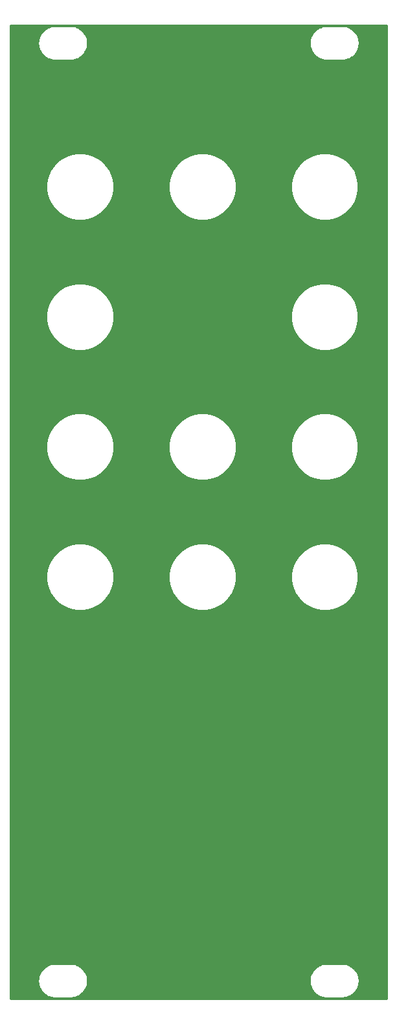
<source format=gbr>
G04 #@! TF.GenerationSoftware,KiCad,Pcbnew,(5.1.5-0)*
G04 #@! TF.CreationDate,2021-01-20T20:41:00-08:00*
G04 #@! TF.ProjectId,arseq,61727365-712e-46b6-9963-61645f706362,rev?*
G04 #@! TF.SameCoordinates,Original*
G04 #@! TF.FileFunction,Copper,L2,Bot*
G04 #@! TF.FilePolarity,Positive*
%FSLAX46Y46*%
G04 Gerber Fmt 4.6, Leading zero omitted, Abs format (unit mm)*
G04 Created by KiCad (PCBNEW (5.1.5-0)) date 2021-01-20 20:41:00*
%MOMM*%
%LPD*%
G04 APERTURE LIST*
%ADD10C,7.600000*%
%ADD11C,3.100000*%
%ADD12C,6.100000*%
%ADD13C,5.100000*%
%ADD14C,0.254000*%
G04 APERTURE END LIST*
D10*
X25750000Y-38750000D03*
D11*
X17750000Y-30250000D03*
X33750000Y-30250000D03*
X33750000Y-47250000D03*
X17750000Y-47250000D03*
D12*
X42750000Y-104750000D03*
X6750000Y-88750000D03*
X42750000Y-88750000D03*
D13*
X30750000Y-88750000D03*
D12*
X18750000Y-88750000D03*
X6750000Y-104750000D03*
X30750000Y-104750000D03*
X18750000Y-104750000D03*
D14*
G36*
X49840001Y-127840000D02*
G01*
X660000Y-127840000D01*
X660000Y-125451353D01*
X4242755Y-125451353D01*
X4243173Y-125511171D01*
X4242755Y-125570988D01*
X4243655Y-125580160D01*
X4276296Y-125890715D01*
X4288320Y-125949291D01*
X4299532Y-126008070D01*
X4302196Y-126016892D01*
X4394535Y-126315192D01*
X4417715Y-126370335D01*
X4440124Y-126425800D01*
X4444451Y-126433937D01*
X4592972Y-126708621D01*
X4626417Y-126758205D01*
X4659177Y-126808268D01*
X4665001Y-126815409D01*
X4864047Y-127056013D01*
X4906482Y-127098154D01*
X4948346Y-127140903D01*
X4955446Y-127146777D01*
X5197435Y-127344138D01*
X5247259Y-127377241D01*
X5296615Y-127411036D01*
X5304721Y-127415419D01*
X5580435Y-127562019D01*
X5635704Y-127584799D01*
X5690724Y-127608381D01*
X5699527Y-127611105D01*
X5998465Y-127701359D01*
X6057138Y-127712976D01*
X6115655Y-127725415D01*
X6124820Y-127726378D01*
X6435594Y-127756850D01*
X6435598Y-127756850D01*
X6467581Y-127760000D01*
X8532419Y-127760000D01*
X8565986Y-127756694D01*
X8586744Y-127756694D01*
X8595909Y-127755731D01*
X8906228Y-127720923D01*
X8964731Y-127708487D01*
X9023419Y-127696867D01*
X9032222Y-127694142D01*
X9329870Y-127599723D01*
X9384792Y-127576183D01*
X9440159Y-127553363D01*
X9448265Y-127548979D01*
X9721904Y-127398544D01*
X9771217Y-127364779D01*
X9821088Y-127331645D01*
X9828188Y-127325770D01*
X10067397Y-127125049D01*
X10109241Y-127082320D01*
X10151694Y-127040162D01*
X10157519Y-127033020D01*
X10353185Y-126789660D01*
X10385938Y-126739608D01*
X10419391Y-126690013D01*
X10423714Y-126681881D01*
X10423717Y-126681877D01*
X10423719Y-126681873D01*
X10568388Y-126405146D01*
X10590785Y-126349711D01*
X10613978Y-126294539D01*
X10616641Y-126285717D01*
X10704807Y-125986156D01*
X10716007Y-125927440D01*
X10728045Y-125868798D01*
X10728944Y-125859627D01*
X10757245Y-125548647D01*
X10756827Y-125488830D01*
X10757088Y-125451353D01*
X39742755Y-125451353D01*
X39743173Y-125511171D01*
X39742755Y-125570988D01*
X39743655Y-125580160D01*
X39776296Y-125890715D01*
X39788320Y-125949291D01*
X39799532Y-126008070D01*
X39802196Y-126016892D01*
X39894535Y-126315192D01*
X39917715Y-126370335D01*
X39940124Y-126425800D01*
X39944451Y-126433937D01*
X40092972Y-126708621D01*
X40126417Y-126758205D01*
X40159177Y-126808268D01*
X40165001Y-126815409D01*
X40364047Y-127056013D01*
X40406482Y-127098154D01*
X40448346Y-127140903D01*
X40455446Y-127146777D01*
X40697435Y-127344138D01*
X40747259Y-127377241D01*
X40796615Y-127411036D01*
X40804721Y-127415419D01*
X41080435Y-127562019D01*
X41135704Y-127584799D01*
X41190724Y-127608381D01*
X41199527Y-127611105D01*
X41498465Y-127701359D01*
X41557138Y-127712976D01*
X41615655Y-127725415D01*
X41624820Y-127726378D01*
X41935594Y-127756850D01*
X41935598Y-127756850D01*
X41967581Y-127760000D01*
X44032419Y-127760000D01*
X44065986Y-127756694D01*
X44086744Y-127756694D01*
X44095909Y-127755731D01*
X44406228Y-127720923D01*
X44464731Y-127708487D01*
X44523419Y-127696867D01*
X44532222Y-127694142D01*
X44829870Y-127599723D01*
X44884792Y-127576183D01*
X44940159Y-127553363D01*
X44948265Y-127548979D01*
X45221904Y-127398544D01*
X45271217Y-127364779D01*
X45321088Y-127331645D01*
X45328188Y-127325770D01*
X45567397Y-127125049D01*
X45609241Y-127082320D01*
X45651694Y-127040162D01*
X45657519Y-127033020D01*
X45853185Y-126789660D01*
X45885938Y-126739608D01*
X45919391Y-126690013D01*
X45923714Y-126681881D01*
X45923717Y-126681877D01*
X45923719Y-126681873D01*
X46068388Y-126405146D01*
X46090785Y-126349711D01*
X46113978Y-126294539D01*
X46116641Y-126285717D01*
X46204807Y-125986156D01*
X46216007Y-125927440D01*
X46228045Y-125868798D01*
X46228944Y-125859627D01*
X46257245Y-125548647D01*
X46256827Y-125488829D01*
X46257245Y-125429012D01*
X46256345Y-125419841D01*
X46223704Y-125109285D01*
X46211680Y-125050709D01*
X46200468Y-124991930D01*
X46197804Y-124983108D01*
X46105465Y-124684808D01*
X46082280Y-124629653D01*
X46059876Y-124574200D01*
X46055549Y-124566064D01*
X46055549Y-124566063D01*
X46055546Y-124566059D01*
X45907028Y-124291379D01*
X45873583Y-124241795D01*
X45840823Y-124191732D01*
X45834999Y-124184591D01*
X45635954Y-123943987D01*
X45593535Y-123901863D01*
X45551655Y-123859097D01*
X45544554Y-123853223D01*
X45302565Y-123655862D01*
X45252741Y-123622759D01*
X45203385Y-123588964D01*
X45195279Y-123584581D01*
X44919566Y-123437981D01*
X44864269Y-123415189D01*
X44809275Y-123391619D01*
X44800472Y-123388895D01*
X44501535Y-123298641D01*
X44442862Y-123287024D01*
X44384345Y-123274585D01*
X44375180Y-123273622D01*
X44064405Y-123243150D01*
X44064402Y-123243150D01*
X44032419Y-123240000D01*
X41967581Y-123240000D01*
X41934014Y-123243306D01*
X41913256Y-123243306D01*
X41904091Y-123244269D01*
X41593771Y-123279077D01*
X41535298Y-123291506D01*
X41476581Y-123303132D01*
X41467778Y-123305858D01*
X41170130Y-123400277D01*
X41115147Y-123423843D01*
X41059841Y-123446638D01*
X41051735Y-123451021D01*
X40778095Y-123601456D01*
X40728748Y-123635245D01*
X40678913Y-123668355D01*
X40671812Y-123674229D01*
X40432603Y-123874951D01*
X40390759Y-123917681D01*
X40348305Y-123959839D01*
X40342481Y-123966980D01*
X40146814Y-124210340D01*
X40114055Y-124260400D01*
X40080609Y-124309986D01*
X40076283Y-124318123D01*
X39931612Y-124594854D01*
X39909215Y-124650289D01*
X39886022Y-124705461D01*
X39883359Y-124714283D01*
X39795193Y-125013844D01*
X39783993Y-125072560D01*
X39771955Y-125131202D01*
X39771056Y-125140373D01*
X39742755Y-125451353D01*
X10757088Y-125451353D01*
X10757245Y-125429012D01*
X10756345Y-125419841D01*
X10723704Y-125109285D01*
X10711680Y-125050709D01*
X10700468Y-124991930D01*
X10697804Y-124983108D01*
X10605465Y-124684808D01*
X10582280Y-124629653D01*
X10559876Y-124574200D01*
X10555549Y-124566064D01*
X10555549Y-124566063D01*
X10555546Y-124566059D01*
X10407028Y-124291379D01*
X10373583Y-124241795D01*
X10340823Y-124191732D01*
X10334999Y-124184591D01*
X10135954Y-123943987D01*
X10093535Y-123901863D01*
X10051655Y-123859097D01*
X10044554Y-123853223D01*
X9802565Y-123655862D01*
X9752741Y-123622759D01*
X9703385Y-123588964D01*
X9695279Y-123584581D01*
X9419566Y-123437981D01*
X9364269Y-123415189D01*
X9309275Y-123391619D01*
X9300472Y-123388895D01*
X9001535Y-123298641D01*
X8942862Y-123287024D01*
X8884345Y-123274585D01*
X8875180Y-123273622D01*
X8564405Y-123243150D01*
X8564402Y-123243150D01*
X8532419Y-123240000D01*
X6467581Y-123240000D01*
X6434014Y-123243306D01*
X6413256Y-123243306D01*
X6404091Y-123244269D01*
X6093771Y-123279077D01*
X6035298Y-123291506D01*
X5976581Y-123303132D01*
X5967778Y-123305858D01*
X5670130Y-123400277D01*
X5615147Y-123423843D01*
X5559841Y-123446638D01*
X5551735Y-123451021D01*
X5278095Y-123601456D01*
X5228748Y-123635245D01*
X5178913Y-123668355D01*
X5171812Y-123674229D01*
X4932603Y-123874951D01*
X4890759Y-123917681D01*
X4848305Y-123959839D01*
X4842481Y-123966980D01*
X4646814Y-124210340D01*
X4614055Y-124260400D01*
X4580609Y-124309986D01*
X4576283Y-124318123D01*
X4431612Y-124594854D01*
X4409215Y-124650289D01*
X4386022Y-124705461D01*
X4383359Y-124714283D01*
X4295193Y-125013844D01*
X4283993Y-125072560D01*
X4271955Y-125131202D01*
X4271056Y-125140373D01*
X4242755Y-125451353D01*
X660000Y-125451353D01*
X660000Y-72315784D01*
X5341332Y-72315784D01*
X5341332Y-73184216D01*
X5510754Y-74035961D01*
X5843089Y-74838288D01*
X6325564Y-75560362D01*
X6939638Y-76174436D01*
X7661712Y-76656911D01*
X8464039Y-76989246D01*
X9315784Y-77158668D01*
X10184216Y-77158668D01*
X11035961Y-76989246D01*
X11838288Y-76656911D01*
X12560362Y-76174436D01*
X13174436Y-75560362D01*
X13656911Y-74838288D01*
X13989246Y-74035961D01*
X14158668Y-73184216D01*
X14158668Y-72315784D01*
X21341332Y-72315784D01*
X21341332Y-73184216D01*
X21510754Y-74035961D01*
X21843089Y-74838288D01*
X22325564Y-75560362D01*
X22939638Y-76174436D01*
X23661712Y-76656911D01*
X24464039Y-76989246D01*
X25315784Y-77158668D01*
X26184216Y-77158668D01*
X27035961Y-76989246D01*
X27838288Y-76656911D01*
X28560362Y-76174436D01*
X29174436Y-75560362D01*
X29656911Y-74838288D01*
X29989246Y-74035961D01*
X30158668Y-73184216D01*
X30158668Y-72315784D01*
X37341332Y-72315784D01*
X37341332Y-73184216D01*
X37510754Y-74035961D01*
X37843089Y-74838288D01*
X38325564Y-75560362D01*
X38939638Y-76174436D01*
X39661712Y-76656911D01*
X40464039Y-76989246D01*
X41315784Y-77158668D01*
X42184216Y-77158668D01*
X43035961Y-76989246D01*
X43838288Y-76656911D01*
X44560362Y-76174436D01*
X45174436Y-75560362D01*
X45656911Y-74838288D01*
X45989246Y-74035961D01*
X46158668Y-73184216D01*
X46158668Y-72315784D01*
X45989246Y-71464039D01*
X45656911Y-70661712D01*
X45174436Y-69939638D01*
X44560362Y-69325564D01*
X43838288Y-68843089D01*
X43035961Y-68510754D01*
X42184216Y-68341332D01*
X41315784Y-68341332D01*
X40464039Y-68510754D01*
X39661712Y-68843089D01*
X38939638Y-69325564D01*
X38325564Y-69939638D01*
X37843089Y-70661712D01*
X37510754Y-71464039D01*
X37341332Y-72315784D01*
X30158668Y-72315784D01*
X29989246Y-71464039D01*
X29656911Y-70661712D01*
X29174436Y-69939638D01*
X28560362Y-69325564D01*
X27838288Y-68843089D01*
X27035961Y-68510754D01*
X26184216Y-68341332D01*
X25315784Y-68341332D01*
X24464039Y-68510754D01*
X23661712Y-68843089D01*
X22939638Y-69325564D01*
X22325564Y-69939638D01*
X21843089Y-70661712D01*
X21510754Y-71464039D01*
X21341332Y-72315784D01*
X14158668Y-72315784D01*
X13989246Y-71464039D01*
X13656911Y-70661712D01*
X13174436Y-69939638D01*
X12560362Y-69325564D01*
X11838288Y-68843089D01*
X11035961Y-68510754D01*
X10184216Y-68341332D01*
X9315784Y-68341332D01*
X8464039Y-68510754D01*
X7661712Y-68843089D01*
X6939638Y-69325564D01*
X6325564Y-69939638D01*
X5843089Y-70661712D01*
X5510754Y-71464039D01*
X5341332Y-72315784D01*
X660000Y-72315784D01*
X660000Y-55315784D01*
X5341332Y-55315784D01*
X5341332Y-56184216D01*
X5510754Y-57035961D01*
X5843089Y-57838288D01*
X6325564Y-58560362D01*
X6939638Y-59174436D01*
X7661712Y-59656911D01*
X8464039Y-59989246D01*
X9315784Y-60158668D01*
X10184216Y-60158668D01*
X11035961Y-59989246D01*
X11838288Y-59656911D01*
X12560362Y-59174436D01*
X13174436Y-58560362D01*
X13656911Y-57838288D01*
X13989246Y-57035961D01*
X14158668Y-56184216D01*
X14158668Y-55315784D01*
X21341332Y-55315784D01*
X21341332Y-56184216D01*
X21510754Y-57035961D01*
X21843089Y-57838288D01*
X22325564Y-58560362D01*
X22939638Y-59174436D01*
X23661712Y-59656911D01*
X24464039Y-59989246D01*
X25315784Y-60158668D01*
X26184216Y-60158668D01*
X27035961Y-59989246D01*
X27838288Y-59656911D01*
X28560362Y-59174436D01*
X29174436Y-58560362D01*
X29656911Y-57838288D01*
X29989246Y-57035961D01*
X30158668Y-56184216D01*
X30158668Y-55315784D01*
X37341332Y-55315784D01*
X37341332Y-56184216D01*
X37510754Y-57035961D01*
X37843089Y-57838288D01*
X38325564Y-58560362D01*
X38939638Y-59174436D01*
X39661712Y-59656911D01*
X40464039Y-59989246D01*
X41315784Y-60158668D01*
X42184216Y-60158668D01*
X43035961Y-59989246D01*
X43838288Y-59656911D01*
X44560362Y-59174436D01*
X45174436Y-58560362D01*
X45656911Y-57838288D01*
X45989246Y-57035961D01*
X46158668Y-56184216D01*
X46158668Y-55315784D01*
X45989246Y-54464039D01*
X45656911Y-53661712D01*
X45174436Y-52939638D01*
X44560362Y-52325564D01*
X43838288Y-51843089D01*
X43035961Y-51510754D01*
X42184216Y-51341332D01*
X41315784Y-51341332D01*
X40464039Y-51510754D01*
X39661712Y-51843089D01*
X38939638Y-52325564D01*
X38325564Y-52939638D01*
X37843089Y-53661712D01*
X37510754Y-54464039D01*
X37341332Y-55315784D01*
X30158668Y-55315784D01*
X29989246Y-54464039D01*
X29656911Y-53661712D01*
X29174436Y-52939638D01*
X28560362Y-52325564D01*
X27838288Y-51843089D01*
X27035961Y-51510754D01*
X26184216Y-51341332D01*
X25315784Y-51341332D01*
X24464039Y-51510754D01*
X23661712Y-51843089D01*
X22939638Y-52325564D01*
X22325564Y-52939638D01*
X21843089Y-53661712D01*
X21510754Y-54464039D01*
X21341332Y-55315784D01*
X14158668Y-55315784D01*
X13989246Y-54464039D01*
X13656911Y-53661712D01*
X13174436Y-52939638D01*
X12560362Y-52325564D01*
X11838288Y-51843089D01*
X11035961Y-51510754D01*
X10184216Y-51341332D01*
X9315784Y-51341332D01*
X8464039Y-51510754D01*
X7661712Y-51843089D01*
X6939638Y-52325564D01*
X6325564Y-52939638D01*
X5843089Y-53661712D01*
X5510754Y-54464039D01*
X5341332Y-55315784D01*
X660000Y-55315784D01*
X660000Y-38315784D01*
X5341332Y-38315784D01*
X5341332Y-39184216D01*
X5510754Y-40035961D01*
X5843089Y-40838288D01*
X6325564Y-41560362D01*
X6939638Y-42174436D01*
X7661712Y-42656911D01*
X8464039Y-42989246D01*
X9315784Y-43158668D01*
X10184216Y-43158668D01*
X11035961Y-42989246D01*
X11838288Y-42656911D01*
X12560362Y-42174436D01*
X13174436Y-41560362D01*
X13656911Y-40838288D01*
X13989246Y-40035961D01*
X14158668Y-39184216D01*
X14158668Y-38315784D01*
X37341332Y-38315784D01*
X37341332Y-39184216D01*
X37510754Y-40035961D01*
X37843089Y-40838288D01*
X38325564Y-41560362D01*
X38939638Y-42174436D01*
X39661712Y-42656911D01*
X40464039Y-42989246D01*
X41315784Y-43158668D01*
X42184216Y-43158668D01*
X43035961Y-42989246D01*
X43838288Y-42656911D01*
X44560362Y-42174436D01*
X45174436Y-41560362D01*
X45656911Y-40838288D01*
X45989246Y-40035961D01*
X46158668Y-39184216D01*
X46158668Y-38315784D01*
X45989246Y-37464039D01*
X45656911Y-36661712D01*
X45174436Y-35939638D01*
X44560362Y-35325564D01*
X43838288Y-34843089D01*
X43035961Y-34510754D01*
X42184216Y-34341332D01*
X41315784Y-34341332D01*
X40464039Y-34510754D01*
X39661712Y-34843089D01*
X38939638Y-35325564D01*
X38325564Y-35939638D01*
X37843089Y-36661712D01*
X37510754Y-37464039D01*
X37341332Y-38315784D01*
X14158668Y-38315784D01*
X13989246Y-37464039D01*
X13656911Y-36661712D01*
X13174436Y-35939638D01*
X12560362Y-35325564D01*
X11838288Y-34843089D01*
X11035961Y-34510754D01*
X10184216Y-34341332D01*
X9315784Y-34341332D01*
X8464039Y-34510754D01*
X7661712Y-34843089D01*
X6939638Y-35325564D01*
X6325564Y-35939638D01*
X5843089Y-36661712D01*
X5510754Y-37464039D01*
X5341332Y-38315784D01*
X660000Y-38315784D01*
X660000Y-21315784D01*
X5341332Y-21315784D01*
X5341332Y-22184216D01*
X5510754Y-23035961D01*
X5843089Y-23838288D01*
X6325564Y-24560362D01*
X6939638Y-25174436D01*
X7661712Y-25656911D01*
X8464039Y-25989246D01*
X9315784Y-26158668D01*
X10184216Y-26158668D01*
X11035961Y-25989246D01*
X11838288Y-25656911D01*
X12560362Y-25174436D01*
X13174436Y-24560362D01*
X13656911Y-23838288D01*
X13989246Y-23035961D01*
X14158668Y-22184216D01*
X14158668Y-21315784D01*
X21341332Y-21315784D01*
X21341332Y-22184216D01*
X21510754Y-23035961D01*
X21843089Y-23838288D01*
X22325564Y-24560362D01*
X22939638Y-25174436D01*
X23661712Y-25656911D01*
X24464039Y-25989246D01*
X25315784Y-26158668D01*
X26184216Y-26158668D01*
X27035961Y-25989246D01*
X27838288Y-25656911D01*
X28560362Y-25174436D01*
X29174436Y-24560362D01*
X29656911Y-23838288D01*
X29989246Y-23035961D01*
X30158668Y-22184216D01*
X30158668Y-21315784D01*
X37341332Y-21315784D01*
X37341332Y-22184216D01*
X37510754Y-23035961D01*
X37843089Y-23838288D01*
X38325564Y-24560362D01*
X38939638Y-25174436D01*
X39661712Y-25656911D01*
X40464039Y-25989246D01*
X41315784Y-26158668D01*
X42184216Y-26158668D01*
X43035961Y-25989246D01*
X43838288Y-25656911D01*
X44560362Y-25174436D01*
X45174436Y-24560362D01*
X45656911Y-23838288D01*
X45989246Y-23035961D01*
X46158668Y-22184216D01*
X46158668Y-21315784D01*
X45989246Y-20464039D01*
X45656911Y-19661712D01*
X45174436Y-18939638D01*
X44560362Y-18325564D01*
X43838288Y-17843089D01*
X43035961Y-17510754D01*
X42184216Y-17341332D01*
X41315784Y-17341332D01*
X40464039Y-17510754D01*
X39661712Y-17843089D01*
X38939638Y-18325564D01*
X38325564Y-18939638D01*
X37843089Y-19661712D01*
X37510754Y-20464039D01*
X37341332Y-21315784D01*
X30158668Y-21315784D01*
X29989246Y-20464039D01*
X29656911Y-19661712D01*
X29174436Y-18939638D01*
X28560362Y-18325564D01*
X27838288Y-17843089D01*
X27035961Y-17510754D01*
X26184216Y-17341332D01*
X25315784Y-17341332D01*
X24464039Y-17510754D01*
X23661712Y-17843089D01*
X22939638Y-18325564D01*
X22325564Y-18939638D01*
X21843089Y-19661712D01*
X21510754Y-20464039D01*
X21341332Y-21315784D01*
X14158668Y-21315784D01*
X13989246Y-20464039D01*
X13656911Y-19661712D01*
X13174436Y-18939638D01*
X12560362Y-18325564D01*
X11838288Y-17843089D01*
X11035961Y-17510754D01*
X10184216Y-17341332D01*
X9315784Y-17341332D01*
X8464039Y-17510754D01*
X7661712Y-17843089D01*
X6939638Y-18325564D01*
X6325564Y-18939638D01*
X5843089Y-19661712D01*
X5510754Y-20464039D01*
X5341332Y-21315784D01*
X660000Y-21315784D01*
X660000Y-2951353D01*
X4242755Y-2951353D01*
X4243173Y-3011171D01*
X4242755Y-3070988D01*
X4243655Y-3080160D01*
X4276296Y-3390715D01*
X4288320Y-3449291D01*
X4299532Y-3508070D01*
X4302196Y-3516892D01*
X4394535Y-3815192D01*
X4417715Y-3870335D01*
X4440124Y-3925800D01*
X4444451Y-3933937D01*
X4592972Y-4208621D01*
X4626417Y-4258205D01*
X4659177Y-4308268D01*
X4665001Y-4315409D01*
X4864047Y-4556013D01*
X4906482Y-4598154D01*
X4948346Y-4640903D01*
X4955446Y-4646777D01*
X5197435Y-4844138D01*
X5247259Y-4877241D01*
X5296615Y-4911036D01*
X5304721Y-4915419D01*
X5580435Y-5062019D01*
X5635704Y-5084799D01*
X5690724Y-5108381D01*
X5699527Y-5111105D01*
X5998465Y-5201359D01*
X6057138Y-5212976D01*
X6115655Y-5225415D01*
X6124820Y-5226378D01*
X6435594Y-5256850D01*
X6435598Y-5256850D01*
X6467581Y-5260000D01*
X8532419Y-5260000D01*
X8565986Y-5256694D01*
X8586744Y-5256694D01*
X8595909Y-5255731D01*
X8906228Y-5220923D01*
X8964731Y-5208487D01*
X9023419Y-5196867D01*
X9032222Y-5194142D01*
X9329870Y-5099723D01*
X9384792Y-5076183D01*
X9440159Y-5053363D01*
X9448265Y-5048979D01*
X9721904Y-4898544D01*
X9771217Y-4864779D01*
X9821088Y-4831645D01*
X9828188Y-4825770D01*
X10067397Y-4625049D01*
X10109241Y-4582320D01*
X10151694Y-4540162D01*
X10157519Y-4533020D01*
X10353185Y-4289660D01*
X10385938Y-4239608D01*
X10419391Y-4190013D01*
X10423714Y-4181881D01*
X10423717Y-4181877D01*
X10423719Y-4181873D01*
X10568388Y-3905146D01*
X10590785Y-3849711D01*
X10613978Y-3794539D01*
X10616641Y-3785717D01*
X10704807Y-3486156D01*
X10716007Y-3427440D01*
X10728045Y-3368798D01*
X10728944Y-3359627D01*
X10757245Y-3048647D01*
X10756827Y-2988830D01*
X10757088Y-2951353D01*
X39742755Y-2951353D01*
X39743173Y-3011171D01*
X39742755Y-3070988D01*
X39743655Y-3080160D01*
X39776296Y-3390715D01*
X39788320Y-3449291D01*
X39799532Y-3508070D01*
X39802196Y-3516892D01*
X39894535Y-3815192D01*
X39917715Y-3870335D01*
X39940124Y-3925800D01*
X39944451Y-3933937D01*
X40092972Y-4208621D01*
X40126417Y-4258205D01*
X40159177Y-4308268D01*
X40165001Y-4315409D01*
X40364047Y-4556013D01*
X40406482Y-4598154D01*
X40448346Y-4640903D01*
X40455446Y-4646777D01*
X40697435Y-4844138D01*
X40747259Y-4877241D01*
X40796615Y-4911036D01*
X40804721Y-4915419D01*
X41080435Y-5062019D01*
X41135704Y-5084799D01*
X41190724Y-5108381D01*
X41199527Y-5111105D01*
X41498465Y-5201359D01*
X41557138Y-5212976D01*
X41615655Y-5225415D01*
X41624820Y-5226378D01*
X41935594Y-5256850D01*
X41935598Y-5256850D01*
X41967581Y-5260000D01*
X44032419Y-5260000D01*
X44065986Y-5256694D01*
X44086744Y-5256694D01*
X44095909Y-5255731D01*
X44406228Y-5220923D01*
X44464731Y-5208487D01*
X44523419Y-5196867D01*
X44532222Y-5194142D01*
X44829870Y-5099723D01*
X44884792Y-5076183D01*
X44940159Y-5053363D01*
X44948265Y-5048979D01*
X45221904Y-4898544D01*
X45271217Y-4864779D01*
X45321088Y-4831645D01*
X45328188Y-4825770D01*
X45567397Y-4625049D01*
X45609241Y-4582320D01*
X45651694Y-4540162D01*
X45657519Y-4533020D01*
X45853185Y-4289660D01*
X45885938Y-4239608D01*
X45919391Y-4190013D01*
X45923714Y-4181881D01*
X45923717Y-4181877D01*
X45923719Y-4181873D01*
X46068388Y-3905146D01*
X46090785Y-3849711D01*
X46113978Y-3794539D01*
X46116641Y-3785717D01*
X46204807Y-3486156D01*
X46216007Y-3427440D01*
X46228045Y-3368798D01*
X46228944Y-3359627D01*
X46257245Y-3048647D01*
X46256827Y-2988829D01*
X46257245Y-2929012D01*
X46256345Y-2919841D01*
X46223704Y-2609285D01*
X46211680Y-2550709D01*
X46200468Y-2491930D01*
X46197804Y-2483108D01*
X46105465Y-2184808D01*
X46082280Y-2129653D01*
X46059876Y-2074200D01*
X46055549Y-2066064D01*
X46055549Y-2066063D01*
X46055546Y-2066059D01*
X45907028Y-1791379D01*
X45873583Y-1741795D01*
X45840823Y-1691732D01*
X45834999Y-1684591D01*
X45635954Y-1443987D01*
X45593535Y-1401863D01*
X45551655Y-1359097D01*
X45544554Y-1353223D01*
X45302565Y-1155862D01*
X45252741Y-1122759D01*
X45203385Y-1088964D01*
X45195279Y-1084581D01*
X44919566Y-937981D01*
X44864269Y-915189D01*
X44809275Y-891619D01*
X44800472Y-888895D01*
X44501535Y-798641D01*
X44442862Y-787024D01*
X44384345Y-774585D01*
X44375180Y-773622D01*
X44064405Y-743150D01*
X44064402Y-743150D01*
X44032419Y-740000D01*
X41967581Y-740000D01*
X41934014Y-743306D01*
X41913256Y-743306D01*
X41904091Y-744269D01*
X41593771Y-779077D01*
X41535298Y-791506D01*
X41476581Y-803132D01*
X41467778Y-805858D01*
X41170130Y-900277D01*
X41115147Y-923843D01*
X41059841Y-946638D01*
X41051735Y-951021D01*
X40778095Y-1101456D01*
X40728748Y-1135245D01*
X40678913Y-1168355D01*
X40671812Y-1174229D01*
X40432603Y-1374951D01*
X40390759Y-1417681D01*
X40348305Y-1459839D01*
X40342481Y-1466980D01*
X40146814Y-1710340D01*
X40114055Y-1760400D01*
X40080609Y-1809986D01*
X40076283Y-1818123D01*
X39931612Y-2094854D01*
X39909215Y-2150289D01*
X39886022Y-2205461D01*
X39883359Y-2214283D01*
X39795193Y-2513844D01*
X39783993Y-2572560D01*
X39771955Y-2631202D01*
X39771056Y-2640373D01*
X39742755Y-2951353D01*
X10757088Y-2951353D01*
X10757245Y-2929012D01*
X10756345Y-2919841D01*
X10723704Y-2609285D01*
X10711680Y-2550709D01*
X10700468Y-2491930D01*
X10697804Y-2483108D01*
X10605465Y-2184808D01*
X10582280Y-2129653D01*
X10559876Y-2074200D01*
X10555549Y-2066064D01*
X10555549Y-2066063D01*
X10555546Y-2066059D01*
X10407028Y-1791379D01*
X10373583Y-1741795D01*
X10340823Y-1691732D01*
X10334999Y-1684591D01*
X10135954Y-1443987D01*
X10093535Y-1401863D01*
X10051655Y-1359097D01*
X10044554Y-1353223D01*
X9802565Y-1155862D01*
X9752741Y-1122759D01*
X9703385Y-1088964D01*
X9695279Y-1084581D01*
X9419566Y-937981D01*
X9364269Y-915189D01*
X9309275Y-891619D01*
X9300472Y-888895D01*
X9001535Y-798641D01*
X8942862Y-787024D01*
X8884345Y-774585D01*
X8875180Y-773622D01*
X8564405Y-743150D01*
X8564402Y-743150D01*
X8532419Y-740000D01*
X6467581Y-740000D01*
X6434014Y-743306D01*
X6413256Y-743306D01*
X6404091Y-744269D01*
X6093771Y-779077D01*
X6035298Y-791506D01*
X5976581Y-803132D01*
X5967778Y-805858D01*
X5670130Y-900277D01*
X5615147Y-923843D01*
X5559841Y-946638D01*
X5551735Y-951021D01*
X5278095Y-1101456D01*
X5228748Y-1135245D01*
X5178913Y-1168355D01*
X5171812Y-1174229D01*
X4932603Y-1374951D01*
X4890759Y-1417681D01*
X4848305Y-1459839D01*
X4842481Y-1466980D01*
X4646814Y-1710340D01*
X4614055Y-1760400D01*
X4580609Y-1809986D01*
X4576283Y-1818123D01*
X4431612Y-2094854D01*
X4409215Y-2150289D01*
X4386022Y-2205461D01*
X4383359Y-2214283D01*
X4295193Y-2513844D01*
X4283993Y-2572560D01*
X4271955Y-2631202D01*
X4271056Y-2640373D01*
X4242755Y-2951353D01*
X660000Y-2951353D01*
X660000Y-660000D01*
X49840000Y-660000D01*
X49840001Y-127840000D01*
G37*
X49840001Y-127840000D02*
X660000Y-127840000D01*
X660000Y-125451353D01*
X4242755Y-125451353D01*
X4243173Y-125511171D01*
X4242755Y-125570988D01*
X4243655Y-125580160D01*
X4276296Y-125890715D01*
X4288320Y-125949291D01*
X4299532Y-126008070D01*
X4302196Y-126016892D01*
X4394535Y-126315192D01*
X4417715Y-126370335D01*
X4440124Y-126425800D01*
X4444451Y-126433937D01*
X4592972Y-126708621D01*
X4626417Y-126758205D01*
X4659177Y-126808268D01*
X4665001Y-126815409D01*
X4864047Y-127056013D01*
X4906482Y-127098154D01*
X4948346Y-127140903D01*
X4955446Y-127146777D01*
X5197435Y-127344138D01*
X5247259Y-127377241D01*
X5296615Y-127411036D01*
X5304721Y-127415419D01*
X5580435Y-127562019D01*
X5635704Y-127584799D01*
X5690724Y-127608381D01*
X5699527Y-127611105D01*
X5998465Y-127701359D01*
X6057138Y-127712976D01*
X6115655Y-127725415D01*
X6124820Y-127726378D01*
X6435594Y-127756850D01*
X6435598Y-127756850D01*
X6467581Y-127760000D01*
X8532419Y-127760000D01*
X8565986Y-127756694D01*
X8586744Y-127756694D01*
X8595909Y-127755731D01*
X8906228Y-127720923D01*
X8964731Y-127708487D01*
X9023419Y-127696867D01*
X9032222Y-127694142D01*
X9329870Y-127599723D01*
X9384792Y-127576183D01*
X9440159Y-127553363D01*
X9448265Y-127548979D01*
X9721904Y-127398544D01*
X9771217Y-127364779D01*
X9821088Y-127331645D01*
X9828188Y-127325770D01*
X10067397Y-127125049D01*
X10109241Y-127082320D01*
X10151694Y-127040162D01*
X10157519Y-127033020D01*
X10353185Y-126789660D01*
X10385938Y-126739608D01*
X10419391Y-126690013D01*
X10423714Y-126681881D01*
X10423717Y-126681877D01*
X10423719Y-126681873D01*
X10568388Y-126405146D01*
X10590785Y-126349711D01*
X10613978Y-126294539D01*
X10616641Y-126285717D01*
X10704807Y-125986156D01*
X10716007Y-125927440D01*
X10728045Y-125868798D01*
X10728944Y-125859627D01*
X10757245Y-125548647D01*
X10756827Y-125488830D01*
X10757088Y-125451353D01*
X39742755Y-125451353D01*
X39743173Y-125511171D01*
X39742755Y-125570988D01*
X39743655Y-125580160D01*
X39776296Y-125890715D01*
X39788320Y-125949291D01*
X39799532Y-126008070D01*
X39802196Y-126016892D01*
X39894535Y-126315192D01*
X39917715Y-126370335D01*
X39940124Y-126425800D01*
X39944451Y-126433937D01*
X40092972Y-126708621D01*
X40126417Y-126758205D01*
X40159177Y-126808268D01*
X40165001Y-126815409D01*
X40364047Y-127056013D01*
X40406482Y-127098154D01*
X40448346Y-127140903D01*
X40455446Y-127146777D01*
X40697435Y-127344138D01*
X40747259Y-127377241D01*
X40796615Y-127411036D01*
X40804721Y-127415419D01*
X41080435Y-127562019D01*
X41135704Y-127584799D01*
X41190724Y-127608381D01*
X41199527Y-127611105D01*
X41498465Y-127701359D01*
X41557138Y-127712976D01*
X41615655Y-127725415D01*
X41624820Y-127726378D01*
X41935594Y-127756850D01*
X41935598Y-127756850D01*
X41967581Y-127760000D01*
X44032419Y-127760000D01*
X44065986Y-127756694D01*
X44086744Y-127756694D01*
X44095909Y-127755731D01*
X44406228Y-127720923D01*
X44464731Y-127708487D01*
X44523419Y-127696867D01*
X44532222Y-127694142D01*
X44829870Y-127599723D01*
X44884792Y-127576183D01*
X44940159Y-127553363D01*
X44948265Y-127548979D01*
X45221904Y-127398544D01*
X45271217Y-127364779D01*
X45321088Y-127331645D01*
X45328188Y-127325770D01*
X45567397Y-127125049D01*
X45609241Y-127082320D01*
X45651694Y-127040162D01*
X45657519Y-127033020D01*
X45853185Y-126789660D01*
X45885938Y-126739608D01*
X45919391Y-126690013D01*
X45923714Y-126681881D01*
X45923717Y-126681877D01*
X45923719Y-126681873D01*
X46068388Y-126405146D01*
X46090785Y-126349711D01*
X46113978Y-126294539D01*
X46116641Y-126285717D01*
X46204807Y-125986156D01*
X46216007Y-125927440D01*
X46228045Y-125868798D01*
X46228944Y-125859627D01*
X46257245Y-125548647D01*
X46256827Y-125488829D01*
X46257245Y-125429012D01*
X46256345Y-125419841D01*
X46223704Y-125109285D01*
X46211680Y-125050709D01*
X46200468Y-124991930D01*
X46197804Y-124983108D01*
X46105465Y-124684808D01*
X46082280Y-124629653D01*
X46059876Y-124574200D01*
X46055549Y-124566064D01*
X46055549Y-124566063D01*
X46055546Y-124566059D01*
X45907028Y-124291379D01*
X45873583Y-124241795D01*
X45840823Y-124191732D01*
X45834999Y-124184591D01*
X45635954Y-123943987D01*
X45593535Y-123901863D01*
X45551655Y-123859097D01*
X45544554Y-123853223D01*
X45302565Y-123655862D01*
X45252741Y-123622759D01*
X45203385Y-123588964D01*
X45195279Y-123584581D01*
X44919566Y-123437981D01*
X44864269Y-123415189D01*
X44809275Y-123391619D01*
X44800472Y-123388895D01*
X44501535Y-123298641D01*
X44442862Y-123287024D01*
X44384345Y-123274585D01*
X44375180Y-123273622D01*
X44064405Y-123243150D01*
X44064402Y-123243150D01*
X44032419Y-123240000D01*
X41967581Y-123240000D01*
X41934014Y-123243306D01*
X41913256Y-123243306D01*
X41904091Y-123244269D01*
X41593771Y-123279077D01*
X41535298Y-123291506D01*
X41476581Y-123303132D01*
X41467778Y-123305858D01*
X41170130Y-123400277D01*
X41115147Y-123423843D01*
X41059841Y-123446638D01*
X41051735Y-123451021D01*
X40778095Y-123601456D01*
X40728748Y-123635245D01*
X40678913Y-123668355D01*
X40671812Y-123674229D01*
X40432603Y-123874951D01*
X40390759Y-123917681D01*
X40348305Y-123959839D01*
X40342481Y-123966980D01*
X40146814Y-124210340D01*
X40114055Y-124260400D01*
X40080609Y-124309986D01*
X40076283Y-124318123D01*
X39931612Y-124594854D01*
X39909215Y-124650289D01*
X39886022Y-124705461D01*
X39883359Y-124714283D01*
X39795193Y-125013844D01*
X39783993Y-125072560D01*
X39771955Y-125131202D01*
X39771056Y-125140373D01*
X39742755Y-125451353D01*
X10757088Y-125451353D01*
X10757245Y-125429012D01*
X10756345Y-125419841D01*
X10723704Y-125109285D01*
X10711680Y-125050709D01*
X10700468Y-124991930D01*
X10697804Y-124983108D01*
X10605465Y-124684808D01*
X10582280Y-124629653D01*
X10559876Y-124574200D01*
X10555549Y-124566064D01*
X10555549Y-124566063D01*
X10555546Y-124566059D01*
X10407028Y-124291379D01*
X10373583Y-124241795D01*
X10340823Y-124191732D01*
X10334999Y-124184591D01*
X10135954Y-123943987D01*
X10093535Y-123901863D01*
X10051655Y-123859097D01*
X10044554Y-123853223D01*
X9802565Y-123655862D01*
X9752741Y-123622759D01*
X9703385Y-123588964D01*
X9695279Y-123584581D01*
X9419566Y-123437981D01*
X9364269Y-123415189D01*
X9309275Y-123391619D01*
X9300472Y-123388895D01*
X9001535Y-123298641D01*
X8942862Y-123287024D01*
X8884345Y-123274585D01*
X8875180Y-123273622D01*
X8564405Y-123243150D01*
X8564402Y-123243150D01*
X8532419Y-123240000D01*
X6467581Y-123240000D01*
X6434014Y-123243306D01*
X6413256Y-123243306D01*
X6404091Y-123244269D01*
X6093771Y-123279077D01*
X6035298Y-123291506D01*
X5976581Y-123303132D01*
X5967778Y-123305858D01*
X5670130Y-123400277D01*
X5615147Y-123423843D01*
X5559841Y-123446638D01*
X5551735Y-123451021D01*
X5278095Y-123601456D01*
X5228748Y-123635245D01*
X5178913Y-123668355D01*
X5171812Y-123674229D01*
X4932603Y-123874951D01*
X4890759Y-123917681D01*
X4848305Y-123959839D01*
X4842481Y-123966980D01*
X4646814Y-124210340D01*
X4614055Y-124260400D01*
X4580609Y-124309986D01*
X4576283Y-124318123D01*
X4431612Y-124594854D01*
X4409215Y-124650289D01*
X4386022Y-124705461D01*
X4383359Y-124714283D01*
X4295193Y-125013844D01*
X4283993Y-125072560D01*
X4271955Y-125131202D01*
X4271056Y-125140373D01*
X4242755Y-125451353D01*
X660000Y-125451353D01*
X660000Y-72315784D01*
X5341332Y-72315784D01*
X5341332Y-73184216D01*
X5510754Y-74035961D01*
X5843089Y-74838288D01*
X6325564Y-75560362D01*
X6939638Y-76174436D01*
X7661712Y-76656911D01*
X8464039Y-76989246D01*
X9315784Y-77158668D01*
X10184216Y-77158668D01*
X11035961Y-76989246D01*
X11838288Y-76656911D01*
X12560362Y-76174436D01*
X13174436Y-75560362D01*
X13656911Y-74838288D01*
X13989246Y-74035961D01*
X14158668Y-73184216D01*
X14158668Y-72315784D01*
X21341332Y-72315784D01*
X21341332Y-73184216D01*
X21510754Y-74035961D01*
X21843089Y-74838288D01*
X22325564Y-75560362D01*
X22939638Y-76174436D01*
X23661712Y-76656911D01*
X24464039Y-76989246D01*
X25315784Y-77158668D01*
X26184216Y-77158668D01*
X27035961Y-76989246D01*
X27838288Y-76656911D01*
X28560362Y-76174436D01*
X29174436Y-75560362D01*
X29656911Y-74838288D01*
X29989246Y-74035961D01*
X30158668Y-73184216D01*
X30158668Y-72315784D01*
X37341332Y-72315784D01*
X37341332Y-73184216D01*
X37510754Y-74035961D01*
X37843089Y-74838288D01*
X38325564Y-75560362D01*
X38939638Y-76174436D01*
X39661712Y-76656911D01*
X40464039Y-76989246D01*
X41315784Y-77158668D01*
X42184216Y-77158668D01*
X43035961Y-76989246D01*
X43838288Y-76656911D01*
X44560362Y-76174436D01*
X45174436Y-75560362D01*
X45656911Y-74838288D01*
X45989246Y-74035961D01*
X46158668Y-73184216D01*
X46158668Y-72315784D01*
X45989246Y-71464039D01*
X45656911Y-70661712D01*
X45174436Y-69939638D01*
X44560362Y-69325564D01*
X43838288Y-68843089D01*
X43035961Y-68510754D01*
X42184216Y-68341332D01*
X41315784Y-68341332D01*
X40464039Y-68510754D01*
X39661712Y-68843089D01*
X38939638Y-69325564D01*
X38325564Y-69939638D01*
X37843089Y-70661712D01*
X37510754Y-71464039D01*
X37341332Y-72315784D01*
X30158668Y-72315784D01*
X29989246Y-71464039D01*
X29656911Y-70661712D01*
X29174436Y-69939638D01*
X28560362Y-69325564D01*
X27838288Y-68843089D01*
X27035961Y-68510754D01*
X26184216Y-68341332D01*
X25315784Y-68341332D01*
X24464039Y-68510754D01*
X23661712Y-68843089D01*
X22939638Y-69325564D01*
X22325564Y-69939638D01*
X21843089Y-70661712D01*
X21510754Y-71464039D01*
X21341332Y-72315784D01*
X14158668Y-72315784D01*
X13989246Y-71464039D01*
X13656911Y-70661712D01*
X13174436Y-69939638D01*
X12560362Y-69325564D01*
X11838288Y-68843089D01*
X11035961Y-68510754D01*
X10184216Y-68341332D01*
X9315784Y-68341332D01*
X8464039Y-68510754D01*
X7661712Y-68843089D01*
X6939638Y-69325564D01*
X6325564Y-69939638D01*
X5843089Y-70661712D01*
X5510754Y-71464039D01*
X5341332Y-72315784D01*
X660000Y-72315784D01*
X660000Y-55315784D01*
X5341332Y-55315784D01*
X5341332Y-56184216D01*
X5510754Y-57035961D01*
X5843089Y-57838288D01*
X6325564Y-58560362D01*
X6939638Y-59174436D01*
X7661712Y-59656911D01*
X8464039Y-59989246D01*
X9315784Y-60158668D01*
X10184216Y-60158668D01*
X11035961Y-59989246D01*
X11838288Y-59656911D01*
X12560362Y-59174436D01*
X13174436Y-58560362D01*
X13656911Y-57838288D01*
X13989246Y-57035961D01*
X14158668Y-56184216D01*
X14158668Y-55315784D01*
X21341332Y-55315784D01*
X21341332Y-56184216D01*
X21510754Y-57035961D01*
X21843089Y-57838288D01*
X22325564Y-58560362D01*
X22939638Y-59174436D01*
X23661712Y-59656911D01*
X24464039Y-59989246D01*
X25315784Y-60158668D01*
X26184216Y-60158668D01*
X27035961Y-59989246D01*
X27838288Y-59656911D01*
X28560362Y-59174436D01*
X29174436Y-58560362D01*
X29656911Y-57838288D01*
X29989246Y-57035961D01*
X30158668Y-56184216D01*
X30158668Y-55315784D01*
X37341332Y-55315784D01*
X37341332Y-56184216D01*
X37510754Y-57035961D01*
X37843089Y-57838288D01*
X38325564Y-58560362D01*
X38939638Y-59174436D01*
X39661712Y-59656911D01*
X40464039Y-59989246D01*
X41315784Y-60158668D01*
X42184216Y-60158668D01*
X43035961Y-59989246D01*
X43838288Y-59656911D01*
X44560362Y-59174436D01*
X45174436Y-58560362D01*
X45656911Y-57838288D01*
X45989246Y-57035961D01*
X46158668Y-56184216D01*
X46158668Y-55315784D01*
X45989246Y-54464039D01*
X45656911Y-53661712D01*
X45174436Y-52939638D01*
X44560362Y-52325564D01*
X43838288Y-51843089D01*
X43035961Y-51510754D01*
X42184216Y-51341332D01*
X41315784Y-51341332D01*
X40464039Y-51510754D01*
X39661712Y-51843089D01*
X38939638Y-52325564D01*
X38325564Y-52939638D01*
X37843089Y-53661712D01*
X37510754Y-54464039D01*
X37341332Y-55315784D01*
X30158668Y-55315784D01*
X29989246Y-54464039D01*
X29656911Y-53661712D01*
X29174436Y-52939638D01*
X28560362Y-52325564D01*
X27838288Y-51843089D01*
X27035961Y-51510754D01*
X26184216Y-51341332D01*
X25315784Y-51341332D01*
X24464039Y-51510754D01*
X23661712Y-51843089D01*
X22939638Y-52325564D01*
X22325564Y-52939638D01*
X21843089Y-53661712D01*
X21510754Y-54464039D01*
X21341332Y-55315784D01*
X14158668Y-55315784D01*
X13989246Y-54464039D01*
X13656911Y-53661712D01*
X13174436Y-52939638D01*
X12560362Y-52325564D01*
X11838288Y-51843089D01*
X11035961Y-51510754D01*
X10184216Y-51341332D01*
X9315784Y-51341332D01*
X8464039Y-51510754D01*
X7661712Y-51843089D01*
X6939638Y-52325564D01*
X6325564Y-52939638D01*
X5843089Y-53661712D01*
X5510754Y-54464039D01*
X5341332Y-55315784D01*
X660000Y-55315784D01*
X660000Y-38315784D01*
X5341332Y-38315784D01*
X5341332Y-39184216D01*
X5510754Y-40035961D01*
X5843089Y-40838288D01*
X6325564Y-41560362D01*
X6939638Y-42174436D01*
X7661712Y-42656911D01*
X8464039Y-42989246D01*
X9315784Y-43158668D01*
X10184216Y-43158668D01*
X11035961Y-42989246D01*
X11838288Y-42656911D01*
X12560362Y-42174436D01*
X13174436Y-41560362D01*
X13656911Y-40838288D01*
X13989246Y-40035961D01*
X14158668Y-39184216D01*
X14158668Y-38315784D01*
X37341332Y-38315784D01*
X37341332Y-39184216D01*
X37510754Y-40035961D01*
X37843089Y-40838288D01*
X38325564Y-41560362D01*
X38939638Y-42174436D01*
X39661712Y-42656911D01*
X40464039Y-42989246D01*
X41315784Y-43158668D01*
X42184216Y-43158668D01*
X43035961Y-42989246D01*
X43838288Y-42656911D01*
X44560362Y-42174436D01*
X45174436Y-41560362D01*
X45656911Y-40838288D01*
X45989246Y-40035961D01*
X46158668Y-39184216D01*
X46158668Y-38315784D01*
X45989246Y-37464039D01*
X45656911Y-36661712D01*
X45174436Y-35939638D01*
X44560362Y-35325564D01*
X43838288Y-34843089D01*
X43035961Y-34510754D01*
X42184216Y-34341332D01*
X41315784Y-34341332D01*
X40464039Y-34510754D01*
X39661712Y-34843089D01*
X38939638Y-35325564D01*
X38325564Y-35939638D01*
X37843089Y-36661712D01*
X37510754Y-37464039D01*
X37341332Y-38315784D01*
X14158668Y-38315784D01*
X13989246Y-37464039D01*
X13656911Y-36661712D01*
X13174436Y-35939638D01*
X12560362Y-35325564D01*
X11838288Y-34843089D01*
X11035961Y-34510754D01*
X10184216Y-34341332D01*
X9315784Y-34341332D01*
X8464039Y-34510754D01*
X7661712Y-34843089D01*
X6939638Y-35325564D01*
X6325564Y-35939638D01*
X5843089Y-36661712D01*
X5510754Y-37464039D01*
X5341332Y-38315784D01*
X660000Y-38315784D01*
X660000Y-21315784D01*
X5341332Y-21315784D01*
X5341332Y-22184216D01*
X5510754Y-23035961D01*
X5843089Y-23838288D01*
X6325564Y-24560362D01*
X6939638Y-25174436D01*
X7661712Y-25656911D01*
X8464039Y-25989246D01*
X9315784Y-26158668D01*
X10184216Y-26158668D01*
X11035961Y-25989246D01*
X11838288Y-25656911D01*
X12560362Y-25174436D01*
X13174436Y-24560362D01*
X13656911Y-23838288D01*
X13989246Y-23035961D01*
X14158668Y-22184216D01*
X14158668Y-21315784D01*
X21341332Y-21315784D01*
X21341332Y-22184216D01*
X21510754Y-23035961D01*
X21843089Y-23838288D01*
X22325564Y-24560362D01*
X22939638Y-25174436D01*
X23661712Y-25656911D01*
X24464039Y-25989246D01*
X25315784Y-26158668D01*
X26184216Y-26158668D01*
X27035961Y-25989246D01*
X27838288Y-25656911D01*
X28560362Y-25174436D01*
X29174436Y-24560362D01*
X29656911Y-23838288D01*
X29989246Y-23035961D01*
X30158668Y-22184216D01*
X30158668Y-21315784D01*
X37341332Y-21315784D01*
X37341332Y-22184216D01*
X37510754Y-23035961D01*
X37843089Y-23838288D01*
X38325564Y-24560362D01*
X38939638Y-25174436D01*
X39661712Y-25656911D01*
X40464039Y-25989246D01*
X41315784Y-26158668D01*
X42184216Y-26158668D01*
X43035961Y-25989246D01*
X43838288Y-25656911D01*
X44560362Y-25174436D01*
X45174436Y-24560362D01*
X45656911Y-23838288D01*
X45989246Y-23035961D01*
X46158668Y-22184216D01*
X46158668Y-21315784D01*
X45989246Y-20464039D01*
X45656911Y-19661712D01*
X45174436Y-18939638D01*
X44560362Y-18325564D01*
X43838288Y-17843089D01*
X43035961Y-17510754D01*
X42184216Y-17341332D01*
X41315784Y-17341332D01*
X40464039Y-17510754D01*
X39661712Y-17843089D01*
X38939638Y-18325564D01*
X38325564Y-18939638D01*
X37843089Y-19661712D01*
X37510754Y-20464039D01*
X37341332Y-21315784D01*
X30158668Y-21315784D01*
X29989246Y-20464039D01*
X29656911Y-19661712D01*
X29174436Y-18939638D01*
X28560362Y-18325564D01*
X27838288Y-17843089D01*
X27035961Y-17510754D01*
X26184216Y-17341332D01*
X25315784Y-17341332D01*
X24464039Y-17510754D01*
X23661712Y-17843089D01*
X22939638Y-18325564D01*
X22325564Y-18939638D01*
X21843089Y-19661712D01*
X21510754Y-20464039D01*
X21341332Y-21315784D01*
X14158668Y-21315784D01*
X13989246Y-20464039D01*
X13656911Y-19661712D01*
X13174436Y-18939638D01*
X12560362Y-18325564D01*
X11838288Y-17843089D01*
X11035961Y-17510754D01*
X10184216Y-17341332D01*
X9315784Y-17341332D01*
X8464039Y-17510754D01*
X7661712Y-17843089D01*
X6939638Y-18325564D01*
X6325564Y-18939638D01*
X5843089Y-19661712D01*
X5510754Y-20464039D01*
X5341332Y-21315784D01*
X660000Y-21315784D01*
X660000Y-2951353D01*
X4242755Y-2951353D01*
X4243173Y-3011171D01*
X4242755Y-3070988D01*
X4243655Y-3080160D01*
X4276296Y-3390715D01*
X4288320Y-3449291D01*
X4299532Y-3508070D01*
X4302196Y-3516892D01*
X4394535Y-3815192D01*
X4417715Y-3870335D01*
X4440124Y-3925800D01*
X4444451Y-3933937D01*
X4592972Y-4208621D01*
X4626417Y-4258205D01*
X4659177Y-4308268D01*
X4665001Y-4315409D01*
X4864047Y-4556013D01*
X4906482Y-4598154D01*
X4948346Y-4640903D01*
X4955446Y-4646777D01*
X5197435Y-4844138D01*
X5247259Y-4877241D01*
X5296615Y-4911036D01*
X5304721Y-4915419D01*
X5580435Y-5062019D01*
X5635704Y-5084799D01*
X5690724Y-5108381D01*
X5699527Y-5111105D01*
X5998465Y-5201359D01*
X6057138Y-5212976D01*
X6115655Y-5225415D01*
X6124820Y-5226378D01*
X6435594Y-5256850D01*
X6435598Y-5256850D01*
X6467581Y-5260000D01*
X8532419Y-5260000D01*
X8565986Y-5256694D01*
X8586744Y-5256694D01*
X8595909Y-5255731D01*
X8906228Y-5220923D01*
X8964731Y-5208487D01*
X9023419Y-5196867D01*
X9032222Y-5194142D01*
X9329870Y-5099723D01*
X9384792Y-5076183D01*
X9440159Y-5053363D01*
X9448265Y-5048979D01*
X9721904Y-4898544D01*
X9771217Y-4864779D01*
X9821088Y-4831645D01*
X9828188Y-4825770D01*
X10067397Y-4625049D01*
X10109241Y-4582320D01*
X10151694Y-4540162D01*
X10157519Y-4533020D01*
X10353185Y-4289660D01*
X10385938Y-4239608D01*
X10419391Y-4190013D01*
X10423714Y-4181881D01*
X10423717Y-4181877D01*
X10423719Y-4181873D01*
X10568388Y-3905146D01*
X10590785Y-3849711D01*
X10613978Y-3794539D01*
X10616641Y-3785717D01*
X10704807Y-3486156D01*
X10716007Y-3427440D01*
X10728045Y-3368798D01*
X10728944Y-3359627D01*
X10757245Y-3048647D01*
X10756827Y-2988830D01*
X10757088Y-2951353D01*
X39742755Y-2951353D01*
X39743173Y-3011171D01*
X39742755Y-3070988D01*
X39743655Y-3080160D01*
X39776296Y-3390715D01*
X39788320Y-3449291D01*
X39799532Y-3508070D01*
X39802196Y-3516892D01*
X39894535Y-3815192D01*
X39917715Y-3870335D01*
X39940124Y-3925800D01*
X39944451Y-3933937D01*
X40092972Y-4208621D01*
X40126417Y-4258205D01*
X40159177Y-4308268D01*
X40165001Y-4315409D01*
X40364047Y-4556013D01*
X40406482Y-4598154D01*
X40448346Y-4640903D01*
X40455446Y-4646777D01*
X40697435Y-4844138D01*
X40747259Y-4877241D01*
X40796615Y-4911036D01*
X40804721Y-4915419D01*
X41080435Y-5062019D01*
X41135704Y-5084799D01*
X41190724Y-5108381D01*
X41199527Y-5111105D01*
X41498465Y-5201359D01*
X41557138Y-5212976D01*
X41615655Y-5225415D01*
X41624820Y-5226378D01*
X41935594Y-5256850D01*
X41935598Y-5256850D01*
X41967581Y-5260000D01*
X44032419Y-5260000D01*
X44065986Y-5256694D01*
X44086744Y-5256694D01*
X44095909Y-5255731D01*
X44406228Y-5220923D01*
X44464731Y-5208487D01*
X44523419Y-5196867D01*
X44532222Y-5194142D01*
X44829870Y-5099723D01*
X44884792Y-5076183D01*
X44940159Y-5053363D01*
X44948265Y-5048979D01*
X45221904Y-4898544D01*
X45271217Y-4864779D01*
X45321088Y-4831645D01*
X45328188Y-4825770D01*
X45567397Y-4625049D01*
X45609241Y-4582320D01*
X45651694Y-4540162D01*
X45657519Y-4533020D01*
X45853185Y-4289660D01*
X45885938Y-4239608D01*
X45919391Y-4190013D01*
X45923714Y-4181881D01*
X45923717Y-4181877D01*
X45923719Y-4181873D01*
X46068388Y-3905146D01*
X46090785Y-3849711D01*
X46113978Y-3794539D01*
X46116641Y-3785717D01*
X46204807Y-3486156D01*
X46216007Y-3427440D01*
X46228045Y-3368798D01*
X46228944Y-3359627D01*
X46257245Y-3048647D01*
X46256827Y-2988829D01*
X46257245Y-2929012D01*
X46256345Y-2919841D01*
X46223704Y-2609285D01*
X46211680Y-2550709D01*
X46200468Y-2491930D01*
X46197804Y-2483108D01*
X46105465Y-2184808D01*
X46082280Y-2129653D01*
X46059876Y-2074200D01*
X46055549Y-2066064D01*
X46055549Y-2066063D01*
X46055546Y-2066059D01*
X45907028Y-1791379D01*
X45873583Y-1741795D01*
X45840823Y-1691732D01*
X45834999Y-1684591D01*
X45635954Y-1443987D01*
X45593535Y-1401863D01*
X45551655Y-1359097D01*
X45544554Y-1353223D01*
X45302565Y-1155862D01*
X45252741Y-1122759D01*
X45203385Y-1088964D01*
X45195279Y-1084581D01*
X44919566Y-937981D01*
X44864269Y-915189D01*
X44809275Y-891619D01*
X44800472Y-888895D01*
X44501535Y-798641D01*
X44442862Y-787024D01*
X44384345Y-774585D01*
X44375180Y-773622D01*
X44064405Y-743150D01*
X44064402Y-743150D01*
X44032419Y-740000D01*
X41967581Y-740000D01*
X41934014Y-743306D01*
X41913256Y-743306D01*
X41904091Y-744269D01*
X41593771Y-779077D01*
X41535298Y-791506D01*
X41476581Y-803132D01*
X41467778Y-805858D01*
X41170130Y-900277D01*
X41115147Y-923843D01*
X41059841Y-946638D01*
X41051735Y-951021D01*
X40778095Y-1101456D01*
X40728748Y-1135245D01*
X40678913Y-1168355D01*
X40671812Y-1174229D01*
X40432603Y-1374951D01*
X40390759Y-1417681D01*
X40348305Y-1459839D01*
X40342481Y-1466980D01*
X40146814Y-1710340D01*
X40114055Y-1760400D01*
X40080609Y-1809986D01*
X40076283Y-1818123D01*
X39931612Y-2094854D01*
X39909215Y-2150289D01*
X39886022Y-2205461D01*
X39883359Y-2214283D01*
X39795193Y-2513844D01*
X39783993Y-2572560D01*
X39771955Y-2631202D01*
X39771056Y-2640373D01*
X39742755Y-2951353D01*
X10757088Y-2951353D01*
X10757245Y-2929012D01*
X10756345Y-2919841D01*
X10723704Y-2609285D01*
X10711680Y-2550709D01*
X10700468Y-2491930D01*
X10697804Y-2483108D01*
X10605465Y-2184808D01*
X10582280Y-2129653D01*
X10559876Y-2074200D01*
X10555549Y-2066064D01*
X10555549Y-2066063D01*
X10555546Y-2066059D01*
X10407028Y-1791379D01*
X10373583Y-1741795D01*
X10340823Y-1691732D01*
X10334999Y-1684591D01*
X10135954Y-1443987D01*
X10093535Y-1401863D01*
X10051655Y-1359097D01*
X10044554Y-1353223D01*
X9802565Y-1155862D01*
X9752741Y-1122759D01*
X9703385Y-1088964D01*
X9695279Y-1084581D01*
X9419566Y-937981D01*
X9364269Y-915189D01*
X9309275Y-891619D01*
X9300472Y-888895D01*
X9001535Y-798641D01*
X8942862Y-787024D01*
X8884345Y-774585D01*
X8875180Y-773622D01*
X8564405Y-743150D01*
X8564402Y-743150D01*
X8532419Y-740000D01*
X6467581Y-740000D01*
X6434014Y-743306D01*
X6413256Y-743306D01*
X6404091Y-744269D01*
X6093771Y-779077D01*
X6035298Y-791506D01*
X5976581Y-803132D01*
X5967778Y-805858D01*
X5670130Y-900277D01*
X5615147Y-923843D01*
X5559841Y-946638D01*
X5551735Y-951021D01*
X5278095Y-1101456D01*
X5228748Y-1135245D01*
X5178913Y-1168355D01*
X5171812Y-1174229D01*
X4932603Y-1374951D01*
X4890759Y-1417681D01*
X4848305Y-1459839D01*
X4842481Y-1466980D01*
X4646814Y-1710340D01*
X4614055Y-1760400D01*
X4580609Y-1809986D01*
X4576283Y-1818123D01*
X4431612Y-2094854D01*
X4409215Y-2150289D01*
X4386022Y-2205461D01*
X4383359Y-2214283D01*
X4295193Y-2513844D01*
X4283993Y-2572560D01*
X4271955Y-2631202D01*
X4271056Y-2640373D01*
X4242755Y-2951353D01*
X660000Y-2951353D01*
X660000Y-660000D01*
X49840000Y-660000D01*
X49840001Y-127840000D01*
M02*

</source>
